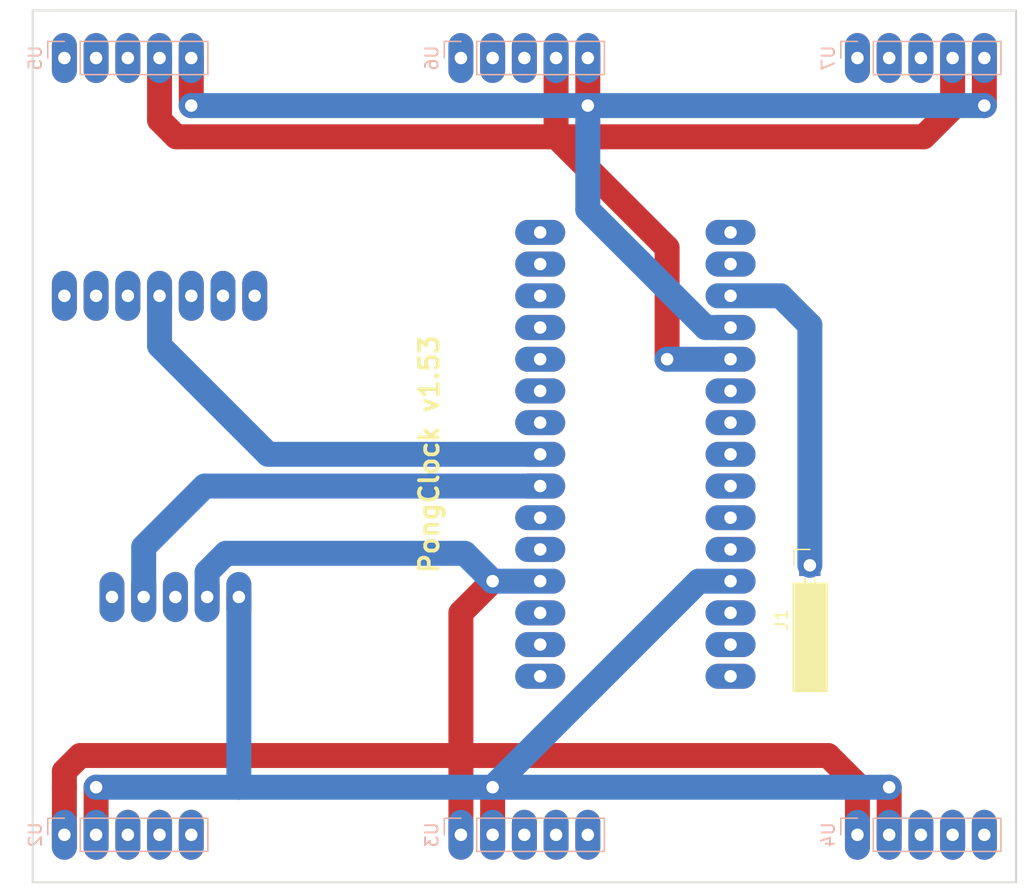
<source format=kicad_pcb>
(kicad_pcb (version 4) (host pcbnew 4.0.6)

  (general
    (links 17)
    (no_connects 0)
    (area 91.210001 17.62 218.67 148.690001)
    (thickness 1.6)
    (drawings 16)
    (tracks 63)
    (zones 0)
    (modules 9)
    (nets 8)
  )

  (page A4)
  (layers
    (0 F.Cu signal)
    (31 B.Cu signal)
    (32 B.Adhes user)
    (33 F.Adhes user)
    (34 B.Paste user)
    (35 F.Paste user)
    (36 B.SilkS user)
    (37 F.SilkS user)
    (38 B.Mask user)
    (39 F.Mask user)
    (40 Dwgs.User user)
    (41 Cmts.User user)
    (42 Eco1.User user hide)
    (43 Eco2.User user)
    (44 Edge.Cuts user)
    (45 Margin user)
    (46 B.CrtYd user)
    (47 F.CrtYd user)
    (48 B.Fab user)
    (49 F.Fab user)
  )

  (setup
    (last_trace_width 2)
    (user_trace_width 1)
    (user_trace_width 1.2)
    (user_trace_width 1.5)
    (trace_clearance 0.5)
    (zone_clearance 0.508)
    (zone_45_only no)
    (trace_min 0.2)
    (segment_width 0.2)
    (edge_width 0.15)
    (via_size 2)
    (via_drill 1)
    (via_min_size 0.4)
    (via_min_drill 0.3)
    (uvia_size 0.3)
    (uvia_drill 0.1)
    (uvias_allowed no)
    (uvia_min_size 0.2)
    (uvia_min_drill 0.1)
    (pcb_text_width 0.3)
    (pcb_text_size 1.5 1.5)
    (mod_edge_width 0.15)
    (mod_text_size 1 1)
    (mod_text_width 0.15)
    (pad_size 4 2)
    (pad_drill 1)
    (pad_to_mask_clearance 0.2)
    (aux_axis_origin 115.57 59.69)
    (visible_elements 7FFFFFFF)
    (pcbplotparams
      (layerselection 0x00020_80000001)
      (usegerberextensions false)
      (excludeedgelayer true)
      (linewidth 0.100000)
      (plotframeref false)
      (viasonmask false)
      (mode 1)
      (useauxorigin true)
      (hpglpennumber 1)
      (hpglpenspeed 20)
      (hpglpendiameter 15)
      (hpglpenoverlay 2)
      (psnegative false)
      (psa4output false)
      (plotreference true)
      (plotvalue true)
      (plotinvisibletext false)
      (padsonsilk false)
      (subtractmaskfromsilk false)
      (outputformat 1)
      (mirror false)
      (drillshape 0)
      (scaleselection 1)
      (outputdirectory gerber))
  )

  (net 0 "")
  (net 1 MAX_IN)
  (net 2 LATCH)
  (net 3 CLK)
  (net 4 SDA)
  (net 5 SCL)
  (net 6 VCC)
  (net 7 GND)

  (net_class Default "Dies ist die voreingestellte Netzklasse."
    (clearance 0.5)
    (trace_width 2)
    (via_dia 2)
    (via_drill 1)
    (uvia_dia 0.3)
    (uvia_drill 0.1)
    (add_net CLK)
    (add_net GND)
    (add_net LATCH)
    (add_net MAX_IN)
    (add_net SCL)
    (add_net SDA)
    (add_net VCC)
  )

  (net_class 1mm ""
    (clearance 0.5)
    (trace_width 1)
    (via_dia 2)
    (via_drill 1)
    (uvia_dia 0.3)
    (uvia_drill 0.1)
  )

  (module PongClock:ArduinoNano (layer F.Cu) (tedit 597C7652) (tstamp 597C56FE)
    (at 161.29 93.98 270)
    (descr AndroidNano)
    (path /596A159A)
    (fp_text reference A1 (at 0 0.5 270) (layer F.SilkS) hide
      (effects (font (size 1 1) (thickness 0.15)))
    )
    (fp_text value AndroidNano (at 0 -0.5 270) (layer F.Fab)
      (effects (font (size 1 1) (thickness 0.15)))
    )
    (fp_line (start 19.05 -11.43) (end -20.32 -11.43) (layer F.CrtYd) (width 0.15))
    (fp_line (start -21.59 -6.35) (end -15.24 -6.35) (layer F.CrtYd) (width 0.15))
    (fp_line (start -15.24 -6.35) (end -15.24 1.27) (layer F.CrtYd) (width 0.15))
    (fp_line (start -15.24 1.27) (end -21.59 1.27) (layer F.CrtYd) (width 0.15))
    (fp_line (start -21.59 1.27) (end -21.59 -6.35) (layer F.CrtYd) (width 0.15))
    (fp_line (start -20.32 6.35) (end -19.05 6.35) (layer F.CrtYd) (width 0.15))
    (fp_line (start -20.32 -11.43) (end -20.32 6.35) (layer F.CrtYd) (width 0.15))
    (fp_line (start -19.05 6.35) (end 19.05 6.35) (layer F.CrtYd) (width 0.15))
    (fp_line (start 19.05 6.35) (end 19.05 -11.43) (layer F.CrtYd) (width 0.15))
    (pad 30 thru_hole oval (at -17.78 -10.16 270) (size 2 4) (drill 1) (layers *.Cu *.Mask))
    (pad 29 thru_hole oval (at -15.24 -10.16 270) (size 2 4) (drill 1) (layers *.Cu *.Mask))
    (pad 28 thru_hole oval (at -12.7 -10.16 270) (size 2 4) (drill 1) (layers *.Cu *.Mask)
      (net 1 MAX_IN))
    (pad 27 thru_hole oval (at -10.16 -10.16 270) (size 2 4) (drill 1) (layers *.Cu *.Mask)
      (net 3 CLK))
    (pad 26 thru_hole oval (at -7.62 -10.16 270) (size 2 4) (drill 1) (layers *.Cu *.Mask)
      (net 2 LATCH))
    (pad 25 thru_hole oval (at -5.08 -10.16 270) (size 2 4) (drill 1) (layers *.Cu *.Mask))
    (pad 24 thru_hole oval (at -2.54 -10.16 270) (size 2 4) (drill 1) (layers *.Cu *.Mask))
    (pad 23 thru_hole oval (at 0 -10.16 270) (size 2 4) (drill 1) (layers *.Cu *.Mask))
    (pad 22 thru_hole oval (at 2.54 -10.16 270) (size 2 4) (drill 1) (layers *.Cu *.Mask))
    (pad 21 thru_hole oval (at 5.08 -10.16 270) (size 2 4) (drill 1) (layers *.Cu *.Mask))
    (pad 20 thru_hole oval (at 7.62 -10.16 270) (size 2 4) (drill 1) (layers *.Cu *.Mask))
    (pad 19 thru_hole oval (at 10.16 -10.16 270) (size 2 4) (drill 1) (layers *.Cu *.Mask)
      (net 7 GND))
    (pad 18 thru_hole oval (at 12.7 -10.16 270) (size 2 4) (drill 1) (layers *.Cu *.Mask))
    (pad 17 thru_hole oval (at 15.24 -10.16 270) (size 2 4) (drill 1) (layers *.Cu *.Mask))
    (pad 16 thru_hole oval (at 17.78 -10.16 270) (size 2 4) (drill 1) (layers *.Cu *.Mask))
    (pad 1 thru_hole oval (at -17.78 5.08 270) (size 2 4) (drill 1) (layers *.Cu *.Mask))
    (pad 2 thru_hole oval (at -15.24 5.08 270) (size 2 4) (drill 1) (layers *.Cu *.Mask))
    (pad 3 thru_hole oval (at -12.7 5.08 270) (size 2 4) (drill 1) (layers *.Cu *.Mask))
    (pad 4 thru_hole oval (at -10.16 5.08 270) (size 2 4) (drill 1) (layers *.Cu *.Mask))
    (pad 5 thru_hole oval (at -7.62 5.08 270) (size 2 4) (drill 1) (layers *.Cu *.Mask))
    (pad 6 thru_hole oval (at -5.08 5.08 270) (size 2 4) (drill 1) (layers *.Cu *.Mask))
    (pad 7 thru_hole oval (at -2.54 5.08 270) (size 2 4) (drill 1) (layers *.Cu *.Mask))
    (pad 8 thru_hole oval (at 0 5.08 270) (size 2 4) (drill 1) (layers *.Cu *.Mask)
      (net 4 SDA))
    (pad 9 thru_hole oval (at 2.54 5.08 270) (size 2 4) (drill 1) (layers *.Cu *.Mask)
      (net 5 SCL))
    (pad 10 thru_hole oval (at 5.08 5.08 270) (size 2 4) (drill 1) (layers *.Cu *.Mask))
    (pad 11 thru_hole oval (at 7.62 5.08 270) (size 2 4) (drill 1) (layers *.Cu *.Mask))
    (pad 12 thru_hole oval (at 10.16 5.08 270) (size 2 4) (drill 1) (layers *.Cu *.Mask)
      (net 6 VCC))
    (pad 13 thru_hole oval (at 12.7 5.08 270) (size 2 4) (drill 1) (layers *.Cu *.Mask))
    (pad 14 thru_hole oval (at 15.24 5.08 270) (size 2 4) (drill 1) (layers *.Cu *.Mask))
    (pad 15 thru_hole oval (at 17.78 5.08 270) (size 2 4) (drill 1) (layers *.Cu *.Mask))
  )

  (module Socket_Strips:Socket_Strip_Angled_1x01_Pitch2.54mm (layer F.Cu) (tedit 58CD5446) (tstamp 597C5703)
    (at 177.8 102.87 90)
    (descr "Through hole angled socket strip, 1x01, 2.54mm pitch, 8.51mm socket length, single row")
    (tags "Through hole angled socket strip THT 1x01 2.54mm single row")
    (path /597B8EB0)
    (fp_text reference J1 (at -4.38 -2.27 90) (layer F.SilkS)
      (effects (font (size 1 1) (thickness 0.15)))
    )
    (fp_text value CONN_01X01_MALE (at -4.38 2.27 90) (layer F.Fab)
      (effects (font (size 1 1) (thickness 0.15)))
    )
    (fp_line (start -1.52 -1.27) (end -1.52 1.27) (layer F.Fab) (width 0.1))
    (fp_line (start -1.52 1.27) (end -10.03 1.27) (layer F.Fab) (width 0.1))
    (fp_line (start -10.03 1.27) (end -10.03 -1.27) (layer F.Fab) (width 0.1))
    (fp_line (start -10.03 -1.27) (end -1.52 -1.27) (layer F.Fab) (width 0.1))
    (fp_line (start 0 -0.32) (end 0 0.32) (layer F.Fab) (width 0.1))
    (fp_line (start 0 0.32) (end -1.52 0.32) (layer F.Fab) (width 0.1))
    (fp_line (start -1.52 0.32) (end -1.52 -0.32) (layer F.Fab) (width 0.1))
    (fp_line (start -1.52 -0.32) (end 0 -0.32) (layer F.Fab) (width 0.1))
    (fp_line (start -1.46 -1.33) (end -1.46 1.33) (layer F.SilkS) (width 0.12))
    (fp_line (start -1.46 1.33) (end -10.09 1.33) (layer F.SilkS) (width 0.12))
    (fp_line (start -10.09 1.33) (end -10.09 -1.33) (layer F.SilkS) (width 0.12))
    (fp_line (start -10.09 -1.33) (end -1.46 -1.33) (layer F.SilkS) (width 0.12))
    (fp_line (start -1.46 -1.33) (end -1.46 1.27) (layer F.SilkS) (width 0.12))
    (fp_line (start -1.46 1.27) (end -10.09 1.27) (layer F.SilkS) (width 0.12))
    (fp_line (start -10.09 1.27) (end -10.09 -1.33) (layer F.SilkS) (width 0.12))
    (fp_line (start -10.09 -1.33) (end -1.46 -1.33) (layer F.SilkS) (width 0.12))
    (fp_line (start -1.03 -0.38) (end -1.46 -0.38) (layer F.SilkS) (width 0.12))
    (fp_line (start -1.03 0.38) (end -1.46 0.38) (layer F.SilkS) (width 0.12))
    (fp_line (start -1.46 -1.15) (end -10.09 -1.15) (layer F.SilkS) (width 0.12))
    (fp_line (start -1.46 -1.03) (end -10.09 -1.03) (layer F.SilkS) (width 0.12))
    (fp_line (start -1.46 -0.91) (end -10.09 -0.91) (layer F.SilkS) (width 0.12))
    (fp_line (start -1.46 -0.79) (end -10.09 -0.79) (layer F.SilkS) (width 0.12))
    (fp_line (start -1.46 -0.67) (end -10.09 -0.67) (layer F.SilkS) (width 0.12))
    (fp_line (start -1.46 -0.55) (end -10.09 -0.55) (layer F.SilkS) (width 0.12))
    (fp_line (start -1.46 -0.43) (end -10.09 -0.43) (layer F.SilkS) (width 0.12))
    (fp_line (start -1.46 -0.31) (end -10.09 -0.31) (layer F.SilkS) (width 0.12))
    (fp_line (start -1.46 -0.19) (end -10.09 -0.19) (layer F.SilkS) (width 0.12))
    (fp_line (start -1.46 -0.07) (end -10.09 -0.07) (layer F.SilkS) (width 0.12))
    (fp_line (start -1.46 0.05) (end -10.09 0.05) (layer F.SilkS) (width 0.12))
    (fp_line (start -1.46 0.17) (end -10.09 0.17) (layer F.SilkS) (width 0.12))
    (fp_line (start -1.46 0.29) (end -10.09 0.29) (layer F.SilkS) (width 0.12))
    (fp_line (start -1.46 0.41) (end -10.09 0.41) (layer F.SilkS) (width 0.12))
    (fp_line (start -1.46 0.53) (end -10.09 0.53) (layer F.SilkS) (width 0.12))
    (fp_line (start -1.46 0.65) (end -10.09 0.65) (layer F.SilkS) (width 0.12))
    (fp_line (start -1.46 0.77) (end -10.09 0.77) (layer F.SilkS) (width 0.12))
    (fp_line (start -1.46 0.89) (end -10.09 0.89) (layer F.SilkS) (width 0.12))
    (fp_line (start -1.46 1.01) (end -10.09 1.01) (layer F.SilkS) (width 0.12))
    (fp_line (start -1.46 1.13) (end -10.09 1.13) (layer F.SilkS) (width 0.12))
    (fp_line (start -1.46 1.25) (end -10.09 1.25) (layer F.SilkS) (width 0.12))
    (fp_line (start -1.46 1.37) (end -10.09 1.37) (layer F.SilkS) (width 0.12))
    (fp_line (start 0 -1.27) (end 1.27 -1.27) (layer F.SilkS) (width 0.12))
    (fp_line (start 1.27 -1.27) (end 1.27 0) (layer F.SilkS) (width 0.12))
    (fp_line (start 1.8 -1.8) (end 1.8 1.8) (layer F.CrtYd) (width 0.05))
    (fp_line (start 1.8 1.8) (end -10.55 1.8) (layer F.CrtYd) (width 0.05))
    (fp_line (start -10.55 1.8) (end -10.55 -1.8) (layer F.CrtYd) (width 0.05))
    (fp_line (start -10.55 -1.8) (end 1.8 -1.8) (layer F.CrtYd) (width 0.05))
    (fp_text user %R (at -4.38 -2.27 90) (layer F.Fab)
      (effects (font (size 1 1) (thickness 0.15)))
    )
    (pad 1 thru_hole rect (at 0 0 90) (size 1.7 1.7) (drill 1) (layers *.Cu *.Mask)
      (net 1 MAX_IN))
    (model ${KISYS3DMOD}/Socket_Strips.3dshapes/Socket_Strip_Angled_1x01_Pitch2.54mm.wrl
      (at (xyz 0 0 0))
      (scale (xyz 1 1 1))
      (rotate (xyz 0 0 270))
    )
  )

  (module PongClock:TINY_RTC (layer F.Cu) (tedit 597C798E) (tstamp 597C5713)
    (at 114.3 100.33 90)
    (path /596A1661)
    (fp_text reference U1 (at 7.62 12.7 90) (layer F.SilkS) hide
      (effects (font (size 1 1) (thickness 0.15)))
    )
    (fp_text value TinyRTC_I2C (at 7.62 8.89 90) (layer F.Fab)
      (effects (font (size 1 1) (thickness 0.15)))
    )
    (fp_line (start -6.35 -1.27) (end 20.32 -1.27) (layer F.CrtYd) (width 0.15))
    (fp_line (start -6.35 26.67) (end 20.32 26.67) (layer F.CrtYd) (width 0.15))
    (fp_line (start 20.32 -1.27) (end 20.32 26.67) (layer F.CrtYd) (width 0.15))
    (fp_line (start -6.35 26.67) (end -6.35 -1.27) (layer F.CrtYd) (width 0.15))
    (pad 1 thru_hole oval (at -5.08 7.62 90) (size 4 2) (drill 1) (layers *.Cu *.Mask))
    (pad 2 thru_hole oval (at -5.08 10.16 90) (size 4 2) (drill 1) (layers *.Cu *.Mask)
      (net 5 SCL))
    (pad 3 thru_hole oval (at -5.08 12.7 90) (size 4 2) (drill 1) (layers *.Cu *.Mask))
    (pad 4 thru_hole oval (at -5.08 15.24 90) (size 4 2) (drill 1) (layers *.Cu *.Mask)
      (net 6 VCC))
    (pad 5 thru_hole oval (at -5.08 17.78 90) (size 4 2) (drill 1) (layers *.Cu *.Mask)
      (net 7 GND))
    (pad 6 thru_hole oval (at 19.05 3.81 90) (size 4 2) (drill 1) (layers *.Cu *.Mask))
    (pad 7 thru_hole oval (at 19.05 6.35 90) (size 4 2) (drill 1) (layers *.Cu *.Mask))
    (pad 8 thru_hole oval (at 19.05 8.89 90) (size 4 2) (drill 1) (layers *.Cu *.Mask))
    (pad 9 thru_hole oval (at 19.05 11.43 90) (size 4 2) (drill 1) (layers *.Cu *.Mask)
      (net 4 SDA))
    (pad 10 thru_hole oval (at 19.05 13.97 90) (size 4 2) (drill 1) (layers *.Cu *.Mask))
    (pad 11 thru_hole oval (at 19.05 16.51 90) (size 4 2) (drill 1) (layers *.Cu *.Mask))
    (pad 12 thru_hole oval (at 19.05 19.05 90) (size 4 2) (drill 1) (layers *.Cu *.Mask))
  )

  (module Socket_Strips:Socket_Strip_Straight_1x05_Pitch2.54mm (layer B.Cu) (tedit 58CD5446) (tstamp 597C571C)
    (at 118.11 124.46 270)
    (descr "Through hole straight socket strip, 1x05, 2.54mm pitch, single row")
    (tags "Through hole socket strip THT 1x05 2.54mm single row")
    (path /596A2A6D)
    (fp_text reference U2 (at 0 2.33 270) (layer B.SilkS)
      (effects (font (size 1 1) (thickness 0.15)) (justify mirror))
    )
    (fp_text value MAX7219_IN (at 0 -12.49 270) (layer B.Fab)
      (effects (font (size 1 1) (thickness 0.15)) (justify mirror))
    )
    (fp_line (start -1.27 1.27) (end -1.27 -11.43) (layer B.Fab) (width 0.1))
    (fp_line (start -1.27 -11.43) (end 1.27 -11.43) (layer B.Fab) (width 0.1))
    (fp_line (start 1.27 -11.43) (end 1.27 1.27) (layer B.Fab) (width 0.1))
    (fp_line (start 1.27 1.27) (end -1.27 1.27) (layer B.Fab) (width 0.1))
    (fp_line (start -1.33 -1.27) (end -1.33 -11.49) (layer B.SilkS) (width 0.12))
    (fp_line (start -1.33 -11.49) (end 1.33 -11.49) (layer B.SilkS) (width 0.12))
    (fp_line (start 1.33 -11.49) (end 1.33 -1.27) (layer B.SilkS) (width 0.12))
    (fp_line (start 1.33 -1.27) (end -1.33 -1.27) (layer B.SilkS) (width 0.12))
    (fp_line (start -1.33 0) (end -1.33 1.33) (layer B.SilkS) (width 0.12))
    (fp_line (start -1.33 1.33) (end 0 1.33) (layer B.SilkS) (width 0.12))
    (fp_line (start -1.8 1.8) (end -1.8 -11.95) (layer B.CrtYd) (width 0.05))
    (fp_line (start -1.8 -11.95) (end 1.8 -11.95) (layer B.CrtYd) (width 0.05))
    (fp_line (start 1.8 -11.95) (end 1.8 1.8) (layer B.CrtYd) (width 0.05))
    (fp_line (start 1.8 1.8) (end -1.8 1.8) (layer B.CrtYd) (width 0.05))
    (fp_text user %R (at 0 2.33 270) (layer B.Fab)
      (effects (font (size 1 1) (thickness 0.15)) (justify mirror))
    )
    (pad 1 thru_hole oval (at 0 0 270) (size 4 2) (drill 1) (layers *.Cu *.Mask)
      (net 6 VCC))
    (pad 2 thru_hole oval (at 0 -2.54 270) (size 4 2) (drill 1) (layers *.Cu *.Mask)
      (net 7 GND))
    (pad 3 thru_hole oval (at 0 -5.08 270) (size 4 2) (drill 1) (layers *.Cu *.Mask))
    (pad 4 thru_hole oval (at 0 -7.62 270) (size 4 2) (drill 1) (layers *.Cu *.Mask))
    (pad 5 thru_hole oval (at 0 -10.16 270) (size 4 2) (drill 1) (layers *.Cu *.Mask))
    (model ${KISYS3DMOD}/Socket_Strips.3dshapes/Socket_Strip_Straight_1x05_Pitch2.54mm.wrl
      (at (xyz 0 -0.2 0))
      (scale (xyz 1 1 1))
      (rotate (xyz 0 0 270))
    )
  )

  (module Socket_Strips:Socket_Strip_Straight_1x05_Pitch2.54mm (layer B.Cu) (tedit 58CD5446) (tstamp 597C5725)
    (at 149.86 124.46 270)
    (descr "Through hole straight socket strip, 1x05, 2.54mm pitch, single row")
    (tags "Through hole socket strip THT 1x05 2.54mm single row")
    (path /597B8DED)
    (fp_text reference U3 (at 0 2.33 270) (layer B.SilkS)
      (effects (font (size 1 1) (thickness 0.15)) (justify mirror))
    )
    (fp_text value MAX7219_IN (at 0 -12.49 270) (layer B.Fab)
      (effects (font (size 1 1) (thickness 0.15)) (justify mirror))
    )
    (fp_line (start -1.27 1.27) (end -1.27 -11.43) (layer B.Fab) (width 0.1))
    (fp_line (start -1.27 -11.43) (end 1.27 -11.43) (layer B.Fab) (width 0.1))
    (fp_line (start 1.27 -11.43) (end 1.27 1.27) (layer B.Fab) (width 0.1))
    (fp_line (start 1.27 1.27) (end -1.27 1.27) (layer B.Fab) (width 0.1))
    (fp_line (start -1.33 -1.27) (end -1.33 -11.49) (layer B.SilkS) (width 0.12))
    (fp_line (start -1.33 -11.49) (end 1.33 -11.49) (layer B.SilkS) (width 0.12))
    (fp_line (start 1.33 -11.49) (end 1.33 -1.27) (layer B.SilkS) (width 0.12))
    (fp_line (start 1.33 -1.27) (end -1.33 -1.27) (layer B.SilkS) (width 0.12))
    (fp_line (start -1.33 0) (end -1.33 1.33) (layer B.SilkS) (width 0.12))
    (fp_line (start -1.33 1.33) (end 0 1.33) (layer B.SilkS) (width 0.12))
    (fp_line (start -1.8 1.8) (end -1.8 -11.95) (layer B.CrtYd) (width 0.05))
    (fp_line (start -1.8 -11.95) (end 1.8 -11.95) (layer B.CrtYd) (width 0.05))
    (fp_line (start 1.8 -11.95) (end 1.8 1.8) (layer B.CrtYd) (width 0.05))
    (fp_line (start 1.8 1.8) (end -1.8 1.8) (layer B.CrtYd) (width 0.05))
    (fp_text user %R (at 0 2.33 270) (layer B.Fab)
      (effects (font (size 1 1) (thickness 0.15)) (justify mirror))
    )
    (pad 1 thru_hole oval (at 0 0 270) (size 4 2) (drill 1) (layers *.Cu *.Mask)
      (net 6 VCC))
    (pad 2 thru_hole oval (at 0 -2.54 270) (size 4 2) (drill 1) (layers *.Cu *.Mask)
      (net 7 GND))
    (pad 3 thru_hole oval (at 0 -5.08 270) (size 4 2) (drill 1) (layers *.Cu *.Mask))
    (pad 4 thru_hole oval (at 0 -7.62 270) (size 4 2) (drill 1) (layers *.Cu *.Mask))
    (pad 5 thru_hole oval (at 0 -10.16 270) (size 4 2) (drill 1) (layers *.Cu *.Mask))
    (model ${KISYS3DMOD}/Socket_Strips.3dshapes/Socket_Strip_Straight_1x05_Pitch2.54mm.wrl
      (at (xyz 0 -0.2 0))
      (scale (xyz 1 1 1))
      (rotate (xyz 0 0 270))
    )
  )

  (module Socket_Strips:Socket_Strip_Straight_1x05_Pitch2.54mm (layer B.Cu) (tedit 58CD5446) (tstamp 597C572E)
    (at 181.61 124.46 270)
    (descr "Through hole straight socket strip, 1x05, 2.54mm pitch, single row")
    (tags "Through hole socket strip THT 1x05 2.54mm single row")
    (path /597B8E78)
    (fp_text reference U4 (at 0 2.33 270) (layer B.SilkS)
      (effects (font (size 1 1) (thickness 0.15)) (justify mirror))
    )
    (fp_text value MAX7219_IN (at 0 -12.49 270) (layer B.Fab)
      (effects (font (size 1 1) (thickness 0.15)) (justify mirror))
    )
    (fp_line (start -1.27 1.27) (end -1.27 -11.43) (layer B.Fab) (width 0.1))
    (fp_line (start -1.27 -11.43) (end 1.27 -11.43) (layer B.Fab) (width 0.1))
    (fp_line (start 1.27 -11.43) (end 1.27 1.27) (layer B.Fab) (width 0.1))
    (fp_line (start 1.27 1.27) (end -1.27 1.27) (layer B.Fab) (width 0.1))
    (fp_line (start -1.33 -1.27) (end -1.33 -11.49) (layer B.SilkS) (width 0.12))
    (fp_line (start -1.33 -11.49) (end 1.33 -11.49) (layer B.SilkS) (width 0.12))
    (fp_line (start 1.33 -11.49) (end 1.33 -1.27) (layer B.SilkS) (width 0.12))
    (fp_line (start 1.33 -1.27) (end -1.33 -1.27) (layer B.SilkS) (width 0.12))
    (fp_line (start -1.33 0) (end -1.33 1.33) (layer B.SilkS) (width 0.12))
    (fp_line (start -1.33 1.33) (end 0 1.33) (layer B.SilkS) (width 0.12))
    (fp_line (start -1.8 1.8) (end -1.8 -11.95) (layer B.CrtYd) (width 0.05))
    (fp_line (start -1.8 -11.95) (end 1.8 -11.95) (layer B.CrtYd) (width 0.05))
    (fp_line (start 1.8 -11.95) (end 1.8 1.8) (layer B.CrtYd) (width 0.05))
    (fp_line (start 1.8 1.8) (end -1.8 1.8) (layer B.CrtYd) (width 0.05))
    (fp_text user %R (at 0 2.33 270) (layer B.Fab)
      (effects (font (size 1 1) (thickness 0.15)) (justify mirror))
    )
    (pad 1 thru_hole oval (at 0 0 270) (size 4 2) (drill 1) (layers *.Cu *.Mask)
      (net 6 VCC))
    (pad 2 thru_hole oval (at 0 -2.54 270) (size 4 2) (drill 1) (layers *.Cu *.Mask)
      (net 7 GND))
    (pad 3 thru_hole oval (at 0 -5.08 270) (size 4 2) (drill 1) (layers *.Cu *.Mask))
    (pad 4 thru_hole oval (at 0 -7.62 270) (size 4 2) (drill 1) (layers *.Cu *.Mask))
    (pad 5 thru_hole oval (at 0 -10.16 270) (size 4 2) (drill 1) (layers *.Cu *.Mask))
    (model ${KISYS3DMOD}/Socket_Strips.3dshapes/Socket_Strip_Straight_1x05_Pitch2.54mm.wrl
      (at (xyz 0 -0.2 0))
      (scale (xyz 1 1 1))
      (rotate (xyz 0 0 270))
    )
  )

  (module Socket_Strips:Socket_Strip_Straight_1x05_Pitch2.54mm (layer B.Cu) (tedit 597C7995) (tstamp 597C5737)
    (at 118.11 62.23 270)
    (descr "Through hole straight socket strip, 1x05, 2.54mm pitch, single row")
    (tags "Through hole socket strip THT 1x05 2.54mm single row")
    (path /597B8E8D)
    (fp_text reference U5 (at 0 2.33 270) (layer B.SilkS)
      (effects (font (size 1 1) (thickness 0.15)) (justify mirror))
    )
    (fp_text value MAX7219_IN (at 0 -12.49 270) (layer B.Fab)
      (effects (font (size 1 1) (thickness 0.15)) (justify mirror))
    )
    (fp_line (start -1.27 1.27) (end -1.27 -11.43) (layer B.Fab) (width 0.1))
    (fp_line (start -1.27 -11.43) (end 1.27 -11.43) (layer B.Fab) (width 0.1))
    (fp_line (start 1.27 -11.43) (end 1.27 1.27) (layer B.Fab) (width 0.1))
    (fp_line (start 1.27 1.27) (end -1.27 1.27) (layer B.Fab) (width 0.1))
    (fp_line (start -1.33 -1.27) (end -1.33 -11.49) (layer B.SilkS) (width 0.12))
    (fp_line (start -1.33 -11.49) (end 1.33 -11.49) (layer B.SilkS) (width 0.12))
    (fp_line (start 1.33 -11.49) (end 1.33 -1.27) (layer B.SilkS) (width 0.12))
    (fp_line (start 1.33 -1.27) (end -1.33 -1.27) (layer B.SilkS) (width 0.12))
    (fp_line (start -1.33 0) (end -1.33 1.33) (layer B.SilkS) (width 0.12))
    (fp_line (start -1.33 1.33) (end 0 1.33) (layer B.SilkS) (width 0.12))
    (fp_line (start -1.8 1.8) (end -1.8 -11.95) (layer B.CrtYd) (width 0.05))
    (fp_line (start -1.8 -11.95) (end 1.8 -11.95) (layer B.CrtYd) (width 0.05))
    (fp_line (start 1.8 -11.95) (end 1.8 1.8) (layer B.CrtYd) (width 0.05))
    (fp_line (start 1.8 1.8) (end -1.8 1.8) (layer B.CrtYd) (width 0.05))
    (fp_text user %R (at 0 2.33 270) (layer B.Fab)
      (effects (font (size 1 1) (thickness 0.15)) (justify mirror))
    )
    (pad 1 thru_hole oval (at 0 0 270) (size 4 2) (drill 1) (layers *.Cu *.Mask))
    (pad 2 thru_hole oval (at 0 -2.54 270) (size 4 2) (drill 1) (layers *.Cu *.Mask))
    (pad 3 thru_hole oval (at 0 -5.08 270) (size 4 2) (drill 1) (layers *.Cu *.Mask))
    (pad 4 thru_hole oval (at 0 -7.62 270) (size 4 2) (drill 1) (layers *.Cu *.Mask)
      (net 2 LATCH))
    (pad 5 thru_hole oval (at 0 -10.16 270) (size 4 2) (drill 1) (layers *.Cu *.Mask)
      (net 3 CLK))
    (model ${KISYS3DMOD}/Socket_Strips.3dshapes/Socket_Strip_Straight_1x05_Pitch2.54mm.wrl
      (at (xyz 0 -0.2 0))
      (scale (xyz 1 1 1))
      (rotate (xyz 0 0 270))
    )
  )

  (module Socket_Strips:Socket_Strip_Straight_1x05_Pitch2.54mm (layer B.Cu) (tedit 58CD5446) (tstamp 597C607C)
    (at 149.86 62.23 270)
    (descr "Through hole straight socket strip, 1x05, 2.54mm pitch, single row")
    (tags "Through hole socket strip THT 1x05 2.54mm single row")
    (path /597C60B3)
    (fp_text reference U6 (at 0 2.33 270) (layer B.SilkS)
      (effects (font (size 1 1) (thickness 0.15)) (justify mirror))
    )
    (fp_text value MAX7219_IN (at 0 -12.49 270) (layer B.Fab)
      (effects (font (size 1 1) (thickness 0.15)) (justify mirror))
    )
    (fp_line (start -1.27 1.27) (end -1.27 -11.43) (layer B.Fab) (width 0.1))
    (fp_line (start -1.27 -11.43) (end 1.27 -11.43) (layer B.Fab) (width 0.1))
    (fp_line (start 1.27 -11.43) (end 1.27 1.27) (layer B.Fab) (width 0.1))
    (fp_line (start 1.27 1.27) (end -1.27 1.27) (layer B.Fab) (width 0.1))
    (fp_line (start -1.33 -1.27) (end -1.33 -11.49) (layer B.SilkS) (width 0.12))
    (fp_line (start -1.33 -11.49) (end 1.33 -11.49) (layer B.SilkS) (width 0.12))
    (fp_line (start 1.33 -11.49) (end 1.33 -1.27) (layer B.SilkS) (width 0.12))
    (fp_line (start 1.33 -1.27) (end -1.33 -1.27) (layer B.SilkS) (width 0.12))
    (fp_line (start -1.33 0) (end -1.33 1.33) (layer B.SilkS) (width 0.12))
    (fp_line (start -1.33 1.33) (end 0 1.33) (layer B.SilkS) (width 0.12))
    (fp_line (start -1.8 1.8) (end -1.8 -11.95) (layer B.CrtYd) (width 0.05))
    (fp_line (start -1.8 -11.95) (end 1.8 -11.95) (layer B.CrtYd) (width 0.05))
    (fp_line (start 1.8 -11.95) (end 1.8 1.8) (layer B.CrtYd) (width 0.05))
    (fp_line (start 1.8 1.8) (end -1.8 1.8) (layer B.CrtYd) (width 0.05))
    (fp_text user %R (at 0 2.33 270) (layer B.Fab)
      (effects (font (size 1 1) (thickness 0.15)) (justify mirror))
    )
    (pad 1 thru_hole oval (at 0 0 270) (size 4 2) (drill 1) (layers *.Cu *.Mask))
    (pad 2 thru_hole oval (at 0 -2.54 270) (size 4 2) (drill 1) (layers *.Cu *.Mask))
    (pad 3 thru_hole oval (at 0 -5.08 270) (size 4 2) (drill 1) (layers *.Cu *.Mask))
    (pad 4 thru_hole oval (at 0 -7.62 270) (size 4 2) (drill 1) (layers *.Cu *.Mask)
      (net 2 LATCH))
    (pad 5 thru_hole oval (at 0 -10.16 270) (size 4 2) (drill 1) (layers *.Cu *.Mask)
      (net 3 CLK))
    (model ${KISYS3DMOD}/Socket_Strips.3dshapes/Socket_Strip_Straight_1x05_Pitch2.54mm.wrl
      (at (xyz 0 -0.2 0))
      (scale (xyz 1 1 1))
      (rotate (xyz 0 0 270))
    )
  )

  (module Socket_Strips:Socket_Strip_Straight_1x05_Pitch2.54mm (layer B.Cu) (tedit 58CD5446) (tstamp 597C6085)
    (at 181.61 62.23 270)
    (descr "Through hole straight socket strip, 1x05, 2.54mm pitch, single row")
    (tags "Through hole socket strip THT 1x05 2.54mm single row")
    (path /597C60C8)
    (fp_text reference U7 (at 0 2.33 270) (layer B.SilkS)
      (effects (font (size 1 1) (thickness 0.15)) (justify mirror))
    )
    (fp_text value MAX7219_IN (at 0 -12.49 270) (layer B.Fab)
      (effects (font (size 1 1) (thickness 0.15)) (justify mirror))
    )
    (fp_line (start -1.27 1.27) (end -1.27 -11.43) (layer B.Fab) (width 0.1))
    (fp_line (start -1.27 -11.43) (end 1.27 -11.43) (layer B.Fab) (width 0.1))
    (fp_line (start 1.27 -11.43) (end 1.27 1.27) (layer B.Fab) (width 0.1))
    (fp_line (start 1.27 1.27) (end -1.27 1.27) (layer B.Fab) (width 0.1))
    (fp_line (start -1.33 -1.27) (end -1.33 -11.49) (layer B.SilkS) (width 0.12))
    (fp_line (start -1.33 -11.49) (end 1.33 -11.49) (layer B.SilkS) (width 0.12))
    (fp_line (start 1.33 -11.49) (end 1.33 -1.27) (layer B.SilkS) (width 0.12))
    (fp_line (start 1.33 -1.27) (end -1.33 -1.27) (layer B.SilkS) (width 0.12))
    (fp_line (start -1.33 0) (end -1.33 1.33) (layer B.SilkS) (width 0.12))
    (fp_line (start -1.33 1.33) (end 0 1.33) (layer B.SilkS) (width 0.12))
    (fp_line (start -1.8 1.8) (end -1.8 -11.95) (layer B.CrtYd) (width 0.05))
    (fp_line (start -1.8 -11.95) (end 1.8 -11.95) (layer B.CrtYd) (width 0.05))
    (fp_line (start 1.8 -11.95) (end 1.8 1.8) (layer B.CrtYd) (width 0.05))
    (fp_line (start 1.8 1.8) (end -1.8 1.8) (layer B.CrtYd) (width 0.05))
    (fp_text user %R (at 0 2.33 270) (layer B.Fab)
      (effects (font (size 1 1) (thickness 0.15)) (justify mirror))
    )
    (pad 1 thru_hole oval (at 0 0 270) (size 4 2) (drill 1) (layers *.Cu *.Mask))
    (pad 2 thru_hole oval (at 0 -2.54 270) (size 4 2) (drill 1) (layers *.Cu *.Mask))
    (pad 3 thru_hole oval (at 0 -5.08 270) (size 4 2) (drill 1) (layers *.Cu *.Mask))
    (pad 4 thru_hole oval (at 0 -7.62 270) (size 4 2) (drill 1) (layers *.Cu *.Mask)
      (net 2 LATCH))
    (pad 5 thru_hole oval (at 0 -10.16 270) (size 4 2) (drill 1) (layers *.Cu *.Mask)
      (net 3 CLK))
    (model ${KISYS3DMOD}/Socket_Strips.3dshapes/Socket_Strip_Straight_1x05_Pitch2.54mm.wrl
      (at (xyz 0 -0.2 0))
      (scale (xyz 1 1 1))
      (rotate (xyz 0 0 270))
    )
  )

  (gr_line (start 115.57 58.42) (end 115.57 128.27) (angle 90) (layer Edge.Cuts) (width 0.15))
  (gr_line (start 194.31 58.42) (end 194.31 128.27) (angle 90) (layer Edge.Cuts) (width 0.15))
  (dimension 78.74 (width 0.3) (layer Eco1.User)
    (gr_text "78,740 mm" (at 154.94 138.51) (layer Eco1.User)
      (effects (font (size 1.5 1.5) (thickness 0.3)))
    )
    (feature1 (pts (xy 194.31 132.08) (xy 194.31 139.86)))
    (feature2 (pts (xy 115.57 132.08) (xy 115.57 139.86)))
    (crossbar (pts (xy 115.57 137.16) (xy 194.31 137.16)))
    (arrow1a (pts (xy 194.31 137.16) (xy 193.183496 137.746421)))
    (arrow1b (pts (xy 194.31 137.16) (xy 193.183496 136.573579)))
    (arrow2a (pts (xy 115.57 137.16) (xy 116.696504 137.746421)))
    (arrow2b (pts (xy 115.57 137.16) (xy 116.696504 136.573579)))
  )
  (gr_text "PongClock v1.53" (at 147.32 93.98 90) (layer F.SilkS)
    (effects (font (size 1.5 1.5) (thickness 0.3)))
  )
  (gr_line (start 194.31 128.27) (end 115.57 128.27) (layer Edge.Cuts) (width 0.15))
  (gr_line (start 115.57 58.42) (end 194.31 58.42) (layer Edge.Cuts) (width 0.15))
  (dimension 31.75 (width 0.3) (layer Eco1.User)
    (gr_text "31,750 mm" (at 212.17 103.505 270) (layer Eco1.User)
      (effects (font (size 1.5 1.5) (thickness 0.3)))
    )
    (feature1 (pts (xy 193.04 119.38) (xy 213.52 119.38)))
    (feature2 (pts (xy 193.04 87.63) (xy 213.52 87.63)))
    (crossbar (pts (xy 210.82 87.63) (xy 210.82 119.38)))
    (arrow1a (pts (xy 210.82 119.38) (xy 210.233579 118.253496)))
    (arrow1b (pts (xy 210.82 119.38) (xy 211.406421 118.253496)))
    (arrow2a (pts (xy 210.82 87.63) (xy 210.233579 88.756504)))
    (arrow2b (pts (xy 210.82 87.63) (xy 211.406421 88.756504)))
  )
  (gr_line (start 186.69 49.53) (end 185.42 49.53) (angle 90) (layer Eco1.User) (width 0.2))
  (gr_line (start 186.69 132.08) (end 186.69 49.53) (angle 90) (layer Eco1.User) (width 0.2))
  (dimension 31.75 (width 0.3) (layer Eco1.User)
    (gr_text "31,750 mm" (at 212.17 71.755 270) (layer Eco1.User)
      (effects (font (size 1.5 1.5) (thickness 0.3)))
    )
    (feature1 (pts (xy 191.77 87.63) (xy 213.52 87.63)))
    (feature2 (pts (xy 191.77 55.88) (xy 213.52 55.88)))
    (crossbar (pts (xy 210.82 55.88) (xy 210.82 87.63)))
    (arrow1a (pts (xy 210.82 87.63) (xy 210.233579 86.503496)))
    (arrow1b (pts (xy 210.82 87.63) (xy 211.406421 86.503496)))
    (arrow2a (pts (xy 210.82 55.88) (xy 210.233579 57.006504)))
    (arrow2b (pts (xy 210.82 55.88) (xy 211.406421 57.006504)))
  )
  (gr_line (start 154.94 129.54) (end 154.94 53.34) (angle 90) (layer Eco1.User) (width 0.2))
  (dimension 62.23 (width 0.3) (layer Eco1.User)
    (gr_text "62,230 mm" (at 142.875 18.97) (layer Eco1.User)
      (effects (font (size 1.5 1.5) (thickness 0.3)))
    )
    (feature1 (pts (xy 173.99 27.94) (xy 173.99 17.62)))
    (feature2 (pts (xy 111.76 27.94) (xy 111.76 17.62)))
    (crossbar (pts (xy 111.76 20.32) (xy 173.99 20.32)))
    (arrow1a (pts (xy 173.99 20.32) (xy 172.863496 20.906421)))
    (arrow1b (pts (xy 173.99 20.32) (xy 172.863496 19.733579)))
    (arrow2a (pts (xy 111.76 20.32) (xy 112.886504 20.906421)))
    (arrow2b (pts (xy 111.76 20.32) (xy 112.886504 19.733579)))
  )
  (gr_line (start 123.19 132.08) (end 123.19 48.26) (angle 90) (layer Eco1.User) (width 0.2))
  (gr_line (start 173.99 30.48) (end 173.99 127) (angle 90) (layer Eco1.User) (width 0.2))
  (gr_line (start 111.76 30.48) (end 111.76 127) (angle 90) (layer Eco1.User) (width 0.2))
  (gr_line (start 138.43 148.59) (end 138.43 147.32) (angle 90) (layer Eco1.User) (width 0.2))

  (segment (start 177.8 102.87) (end 177.8 83.63) (width 2) (layer B.Cu) (net 1))
  (segment (start 177.8 83.63) (end 175.45 81.28) (width 2) (layer B.Cu) (net 1))
  (segment (start 175.45 81.28) (end 171.45 81.28) (width 2) (layer B.Cu) (net 1))
  (segment (start 166.37 86.36) (end 166.37 77.430002) (width 2) (layer F.Cu) (net 2))
  (segment (start 166.37 77.430002) (end 157.48 68.540002) (width 2) (layer F.Cu) (net 2))
  (segment (start 171.45 86.36) (end 166.37 86.36) (width 2) (layer B.Cu) (net 2))
  (via (at 166.37 86.36) (size 2) (drill 1) (layers F.Cu B.Cu) (net 2))
  (segment (start 189.23 62.23) (end 189.23 66.23) (width 2) (layer F.Cu) (net 2))
  (segment (start 189.23 66.23) (end 186.919998 68.540002) (width 2) (layer F.Cu) (net 2))
  (segment (start 186.919998 68.540002) (end 161.220002 68.540002) (width 2) (layer F.Cu) (net 2))
  (segment (start 161.220002 68.540002) (end 157.48 68.540002) (width 2) (layer F.Cu) (net 2))
  (segment (start 157.48 68.540002) (end 127.069998 68.540002) (width 2) (layer F.Cu) (net 2))
  (segment (start 157.48 62.23) (end 157.48 68.540002) (width 2) (layer F.Cu) (net 2))
  (segment (start 127.069998 68.540002) (end 125.73 67.200004) (width 2) (layer F.Cu) (net 2))
  (segment (start 125.73 67.200004) (end 125.73 62.23) (width 2) (layer F.Cu) (net 2))
  (segment (start 171.45 83.82) (end 169.454452 83.82) (width 2) (layer B.Cu) (net 3))
  (segment (start 169.454452 83.82) (end 160.02 74.385548) (width 2) (layer B.Cu) (net 3))
  (segment (start 160.02 74.385548) (end 160.02 67.454213) (width 2) (layer B.Cu) (net 3))
  (segment (start 160.02 67.454213) (end 160.02 66.04) (width 2) (layer B.Cu) (net 3))
  (segment (start 128.27 66.04) (end 160.02 66.04) (width 2) (layer B.Cu) (net 3))
  (segment (start 128.27 62.23) (end 128.27 66.04) (width 2) (layer F.Cu) (net 3))
  (via (at 128.27 66.04) (size 2) (drill 1) (layers F.Cu B.Cu) (net 3))
  (segment (start 160.02 66.04) (end 191.77 66.04) (width 2) (layer B.Cu) (net 3))
  (segment (start 160.02 62.23) (end 160.02 66.04) (width 2) (layer F.Cu) (net 3))
  (via (at 160.02 66.04) (size 2) (drill 1) (layers F.Cu B.Cu) (net 3))
  (segment (start 191.77 62.23) (end 191.77 66.04) (width 2) (layer F.Cu) (net 3))
  (via (at 191.77 66.04) (size 2) (drill 1) (layers F.Cu B.Cu) (net 3))
  (segment (start 156.21 93.98) (end 134.43 93.98) (width 2) (layer B.Cu) (net 4))
  (segment (start 134.43 93.98) (end 125.73 85.28) (width 2) (layer B.Cu) (net 4))
  (segment (start 125.73 85.28) (end 125.73 81.28) (width 2) (layer B.Cu) (net 4))
  (segment (start 125.73 82.35763) (end 125.73 81.28) (width 2) (layer B.Cu) (net 4))
  (segment (start 156.21 96.52) (end 129.35 96.52) (width 2) (layer B.Cu) (net 5))
  (segment (start 129.35 96.52) (end 124.46 101.41) (width 2) (layer B.Cu) (net 5))
  (segment (start 124.46 101.41) (end 124.46 105.41) (width 2) (layer B.Cu) (net 5))
  (segment (start 124.46 104.33237) (end 124.46 105.41) (width 2) (layer B.Cu) (net 5))
  (segment (start 149.86 118.11) (end 149.86 106.68) (width 2) (layer F.Cu) (net 6))
  (segment (start 149.86 106.68) (end 152.4 104.14) (width 2) (layer F.Cu) (net 6))
  (via (at 152.4 104.14) (size 2) (drill 1) (layers F.Cu B.Cu) (net 6))
  (segment (start 152.4 104.14) (end 156.21 104.14) (width 2) (layer B.Cu) (net 6))
  (segment (start 150.16999 101.90999) (end 152.4 104.14) (width 2) (layer B.Cu) (net 6))
  (segment (start 129.54 105.41) (end 129.54 103.414452) (width 2) (layer B.Cu) (net 6))
  (segment (start 129.54 103.414452) (end 131.044462 101.90999) (width 2) (layer B.Cu) (net 6))
  (segment (start 131.044462 101.90999) (end 150.16999 101.90999) (width 2) (layer B.Cu) (net 6))
  (segment (start 179.26 118.11) (end 149.86 118.11) (width 2) (layer F.Cu) (net 6))
  (segment (start 149.86 118.11) (end 119.38 118.11) (width 2) (layer F.Cu) (net 6))
  (segment (start 149.86 124.46) (end 149.86 118.11) (width 2) (layer F.Cu) (net 6))
  (segment (start 181.61 124.46) (end 181.61 120.46) (width 2) (layer F.Cu) (net 6))
  (segment (start 181.61 120.46) (end 179.26 118.11) (width 2) (layer F.Cu) (net 6))
  (segment (start 119.38 118.11) (end 118.11 119.38) (width 2) (layer F.Cu) (net 6))
  (segment (start 118.11 119.38) (end 118.11 120.65) (width 2) (layer F.Cu) (net 6))
  (segment (start 118.11 120.65) (end 118.11 124.46) (width 2) (layer F.Cu) (net 6))
  (segment (start 120.65 120.65) (end 132.08 120.65) (width 2) (layer B.Cu) (net 7))
  (segment (start 132.08 120.65) (end 152.4 120.65) (width 2) (layer B.Cu) (net 7))
  (segment (start 132.08 105.41) (end 132.08 120.65) (width 2) (layer B.Cu) (net 7))
  (segment (start 171.45 104.14) (end 168.91 104.14) (width 2) (layer B.Cu) (net 7))
  (segment (start 168.91 104.14) (end 152.4 120.65) (width 2) (layer B.Cu) (net 7))
  (segment (start 152.4 120.65) (end 184.15 120.65) (width 2) (layer B.Cu) (net 7))
  (segment (start 152.4 124.46) (end 152.4 120.65) (width 2) (layer F.Cu) (net 7))
  (via (at 152.4 120.65) (size 2) (drill 1) (layers F.Cu B.Cu) (net 7))
  (segment (start 184.15 120.65) (end 184.15 124.46) (width 2) (layer F.Cu) (net 7))
  (via (at 184.15 120.65) (size 2) (drill 1) (layers F.Cu B.Cu) (net 7))
  (segment (start 120.65 124.46) (end 120.65 120.65) (width 2) (layer F.Cu) (net 7))
  (via (at 120.65 120.65) (size 2) (drill 1) (layers F.Cu B.Cu) (net 7))

)

</source>
